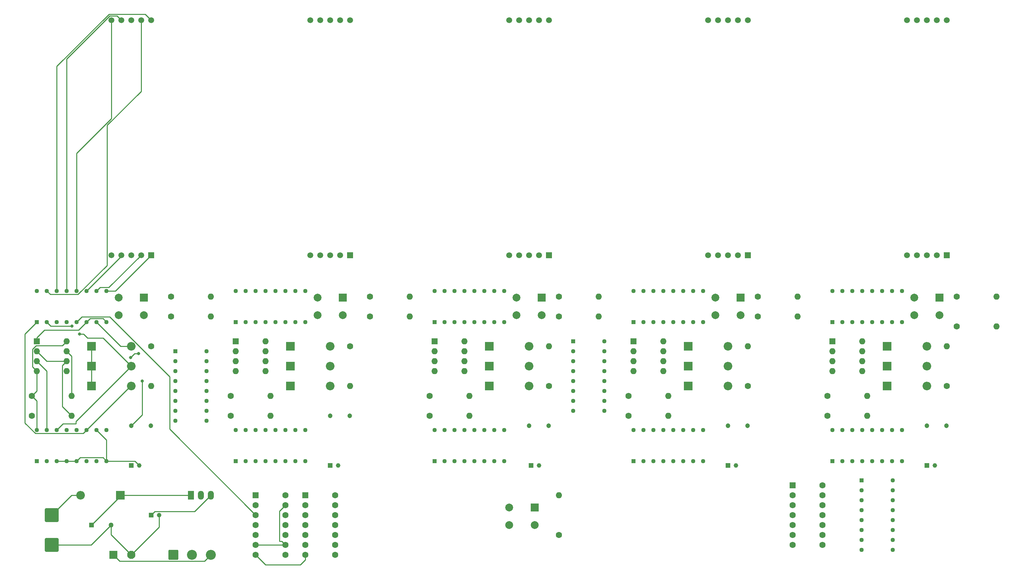
<source format=gbr>
%TF.GenerationSoftware,KiCad,Pcbnew,(6.0.2)*%
%TF.CreationDate,2022-03-04T23:41:04+01:00*%
%TF.ProjectId,Kniffel_V1,4b6e6966-6665-46c5-9f56-312e6b696361,rev?*%
%TF.SameCoordinates,Original*%
%TF.FileFunction,Copper,L1,Top*%
%TF.FilePolarity,Positive*%
%FSLAX46Y46*%
G04 Gerber Fmt 4.6, Leading zero omitted, Abs format (unit mm)*
G04 Created by KiCad (PCBNEW (6.0.2)) date 2022-03-04 23:41:04*
%MOMM*%
%LPD*%
G01*
G04 APERTURE LIST*
G04 Aperture macros list*
%AMRoundRect*
0 Rectangle with rounded corners*
0 $1 Rounding radius*
0 $2 $3 $4 $5 $6 $7 $8 $9 X,Y pos of 4 corners*
0 Add a 4 corners polygon primitive as box body*
4,1,4,$2,$3,$4,$5,$6,$7,$8,$9,$2,$3,0*
0 Add four circle primitives for the rounded corners*
1,1,$1+$1,$2,$3*
1,1,$1+$1,$4,$5*
1,1,$1+$1,$6,$7*
1,1,$1+$1,$8,$9*
0 Add four rect primitives between the rounded corners*
20,1,$1+$1,$2,$3,$4,$5,0*
20,1,$1+$1,$4,$5,$6,$7,0*
20,1,$1+$1,$6,$7,$8,$9,0*
20,1,$1+$1,$8,$9,$2,$3,0*%
G04 Aperture macros list end*
%TA.AperFunction,ComponentPad*%
%ADD10RoundRect,0.250002X-1.499998X-1.499998X1.499998X-1.499998X1.499998X1.499998X-1.499998X1.499998X0*%
%TD*%
%TA.AperFunction,ComponentPad*%
%ADD11C,1.600000*%
%TD*%
%TA.AperFunction,ComponentPad*%
%ADD12O,1.600000X1.600000*%
%TD*%
%TA.AperFunction,ComponentPad*%
%ADD13R,1.130000X1.130000*%
%TD*%
%TA.AperFunction,ComponentPad*%
%ADD14C,1.130000*%
%TD*%
%TA.AperFunction,ComponentPad*%
%ADD15R,1.600000X1.600000*%
%TD*%
%TA.AperFunction,ComponentPad*%
%ADD16C,1.200000*%
%TD*%
%TA.AperFunction,ComponentPad*%
%ADD17R,2.200000X2.200000*%
%TD*%
%TA.AperFunction,ComponentPad*%
%ADD18O,2.200000X2.200000*%
%TD*%
%TA.AperFunction,ComponentPad*%
%ADD19RoundRect,0.249999X-1.025001X-1.025001X1.025001X-1.025001X1.025001X1.025001X-1.025001X1.025001X0*%
%TD*%
%TA.AperFunction,ComponentPad*%
%ADD20C,2.550000*%
%TD*%
%TA.AperFunction,ComponentPad*%
%ADD21R,1.150000X1.150000*%
%TD*%
%TA.AperFunction,ComponentPad*%
%ADD22C,1.150000*%
%TD*%
%TA.AperFunction,ComponentPad*%
%ADD23R,1.500000X2.300000*%
%TD*%
%TA.AperFunction,ComponentPad*%
%ADD24O,1.500000X2.300000*%
%TD*%
%TA.AperFunction,ComponentPad*%
%ADD25RoundRect,0.250001X-0.799999X-0.799999X0.799999X-0.799999X0.799999X0.799999X-0.799999X0.799999X0*%
%TD*%
%TA.AperFunction,ComponentPad*%
%ADD26C,2.100000*%
%TD*%
%TA.AperFunction,ComponentPad*%
%ADD27R,1.275000X1.275000*%
%TD*%
%TA.AperFunction,ComponentPad*%
%ADD28C,1.275000*%
%TD*%
%TA.AperFunction,ComponentPad*%
%ADD29R,2.000000X2.000000*%
%TD*%
%TA.AperFunction,ComponentPad*%
%ADD30C,2.000000*%
%TD*%
%TA.AperFunction,ComponentPad*%
%ADD31R,1.500000X1.500000*%
%TD*%
%TA.AperFunction,ComponentPad*%
%ADD32C,1.500000*%
%TD*%
%TA.AperFunction,ViaPad*%
%ADD33C,0.800000*%
%TD*%
%TA.AperFunction,Conductor*%
%ADD34C,0.250000*%
%TD*%
G04 APERTURE END LIST*
D10*
%TO.P,J1,1,Pin_1*%
%TO.N,Net-(D1-Pad2)*%
X22860000Y-147320000D03*
%TD*%
D11*
%TO.P,R18,1*%
%TO.N,+5V*%
X170180000Y-116840000D03*
D12*
%TO.P,R18,2*%
%TO.N,Net-(R18-Pad2)*%
X180340000Y-116840000D03*
%TD*%
D13*
%TO.P,IC3,1,B_1*%
%TO.N,Net-(D6-Pad2)*%
X69850000Y-97950000D03*
D14*
%TO.P,IC3,2,C_1*%
%TO.N,Net-(D7-Pad2)*%
X72390000Y-97950000D03*
%TO.P,IC3,3,~{LT}*%
%TO.N,+5V*%
X74930000Y-97950000D03*
%TO.P,IC3,4,~{BL}*%
X77470000Y-97950000D03*
%TO.P,IC3,5,LE/~{STROBE}*%
%TO.N,/Dice1/D2Latch*%
X80010000Y-97950000D03*
%TO.P,IC3,6,D_1*%
%TO.N,GND*%
X82550000Y-97950000D03*
%TO.P,IC3,7,A_1*%
%TO.N,Net-(D5-Pad2)*%
X85090000Y-97950000D03*
%TO.P,IC3,8,VSS*%
%TO.N,GND*%
X87630000Y-97950000D03*
%TO.P,IC3,9,E*%
%TO.N,Net-(DS2-Pad1)*%
X87630000Y-90010000D03*
%TO.P,IC3,10,D_2*%
%TO.N,Net-(DS2-Pad2)*%
X85090000Y-90010000D03*
%TO.P,IC3,11,C_2*%
%TO.N,Net-(DS2-Pad4)*%
X82550000Y-90010000D03*
%TO.P,IC3,12,B_2*%
%TO.N,Net-(DS2-Pad6)*%
X80010000Y-90010000D03*
%TO.P,IC3,13,A_2*%
%TO.N,Net-(DS2-Pad7)*%
X77470000Y-90010000D03*
%TO.P,IC3,14,G*%
%TO.N,Net-(DS2-Pad10)*%
X74930000Y-90010000D03*
%TO.P,IC3,15,F*%
%TO.N,Net-(DS2-Pad9)*%
X72390000Y-90010000D03*
%TO.P,IC3,16,VDD*%
%TO.N,+5V*%
X69850000Y-90010000D03*
%TD*%
D11*
%TO.P,R10,1*%
%TO.N,/Dice1/D2*%
X99060000Y-104140000D03*
D12*
%TO.P,R10,2*%
%TO.N,GND*%
X99060000Y-114300000D03*
%TD*%
D11*
%TO.P,R25,1*%
%TO.N,Net-(D14-Pad1)*%
X251460000Y-114300000D03*
D12*
%TO.P,R25,2*%
%TO.N,GND*%
X251460000Y-104140000D03*
%TD*%
D11*
%TO.P,R4,1*%
%TO.N,Net-(R3-Pad2)*%
X17780000Y-121920000D03*
D12*
%TO.P,R4,2*%
%TO.N,Net-(C4-Pad1)*%
X27940000Y-121920000D03*
%TD*%
D11*
%TO.P,R15,1*%
%TO.N,/Dice1/D3*%
X149860000Y-114300000D03*
D12*
%TO.P,R15,2*%
%TO.N,GND*%
X149860000Y-104140000D03*
%TD*%
D11*
%TO.P,R20,1*%
%TO.N,/Dice1/D4*%
X200660000Y-114300000D03*
D12*
%TO.P,R20,2*%
%TO.N,GND*%
X200660000Y-104140000D03*
%TD*%
D11*
%TO.P,R3,1*%
%TO.N,+5V*%
X17780000Y-116840000D03*
D12*
%TO.P,R3,2*%
%TO.N,Net-(R3-Pad2)*%
X27940000Y-116840000D03*
%TD*%
D13*
%TO.P,IC5,1,B_1*%
%TO.N,Net-(D9-Pad2)*%
X120650000Y-97950000D03*
D14*
%TO.P,IC5,2,C_1*%
%TO.N,Net-(D10-Pad2)*%
X123190000Y-97950000D03*
%TO.P,IC5,3,~{LT}*%
%TO.N,+5V*%
X125730000Y-97950000D03*
%TO.P,IC5,4,~{BL}*%
X128270000Y-97950000D03*
%TO.P,IC5,5,LE/~{STROBE}*%
%TO.N,/Dice1/D3Latch*%
X130810000Y-97950000D03*
%TO.P,IC5,6,D_1*%
%TO.N,GND*%
X133350000Y-97950000D03*
%TO.P,IC5,7,A_1*%
%TO.N,Net-(D8-Pad2)*%
X135890000Y-97950000D03*
%TO.P,IC5,8,VSS*%
%TO.N,GND*%
X138430000Y-97950000D03*
%TO.P,IC5,9,E*%
%TO.N,Net-(DS3-Pad1)*%
X138430000Y-90010000D03*
%TO.P,IC5,10,D_2*%
%TO.N,Net-(DS3-Pad2)*%
X135890000Y-90010000D03*
%TO.P,IC5,11,C_2*%
%TO.N,Net-(DS3-Pad4)*%
X133350000Y-90010000D03*
%TO.P,IC5,12,B_2*%
%TO.N,Net-(DS3-Pad6)*%
X130810000Y-90010000D03*
%TO.P,IC5,13,A_2*%
%TO.N,Net-(DS3-Pad7)*%
X128270000Y-90010000D03*
%TO.P,IC5,14,G*%
%TO.N,Net-(DS3-Pad10)*%
X125730000Y-90010000D03*
%TO.P,IC5,15,F*%
%TO.N,Net-(DS3-Pad9)*%
X123190000Y-90010000D03*
%TO.P,IC5,16,VDD*%
%TO.N,+5V*%
X120650000Y-90010000D03*
%TD*%
D15*
%TO.P,U6,1,GND*%
%TO.N,GND*%
X69860000Y-102880000D03*
D12*
%TO.P,U6,2,TR*%
%TO.N,Net-(C6-Pad1)*%
X69860000Y-105420000D03*
%TO.P,U6,3,Q*%
%TO.N,Net-(U6-Pad3)*%
X69860000Y-107960000D03*
%TO.P,U6,4,R*%
%TO.N,+5V*%
X69860000Y-110500000D03*
%TO.P,U6,5,CV*%
%TO.N,Net-(C5-Pad1)*%
X77480000Y-110500000D03*
%TO.P,U6,6,THR*%
%TO.N,Net-(C6-Pad1)*%
X77480000Y-107960000D03*
%TO.P,U6,7,DIS*%
%TO.N,Net-(R8-Pad2)*%
X77480000Y-105420000D03*
%TO.P,U6,8,VCC*%
%TO.N,+5V*%
X77480000Y-102880000D03*
%TD*%
D16*
%TO.P,C3,1*%
%TO.N,Net-(C3-Pad1)*%
X43180000Y-124460000D03*
%TO.P,C3,2*%
%TO.N,GND*%
X48180000Y-124460000D03*
%TD*%
D11*
%TO.P,R2,1*%
%TO.N,Net-(IC1-Pad3)*%
X53340000Y-96520000D03*
D12*
%TO.P,R2,2*%
%TO.N,GND*%
X63500000Y-96520000D03*
%TD*%
D17*
%TO.P,D11,1,K*%
%TO.N,/Dice1/D4*%
X185420000Y-104140000D03*
D18*
%TO.P,D11,2,A*%
%TO.N,Net-(D11-Pad2)*%
X195580000Y-104140000D03*
%TD*%
D13*
%TO.P,IC8,1,B_1*%
%TO.N,Net-(D15-Pad2)*%
X222250000Y-97950000D03*
D14*
%TO.P,IC8,2,C_1*%
%TO.N,Net-(D16-Pad2)*%
X224790000Y-97950000D03*
%TO.P,IC8,3,~{LT}*%
%TO.N,+5V*%
X227330000Y-97950000D03*
%TO.P,IC8,4,~{BL}*%
X229870000Y-97950000D03*
%TO.P,IC8,5,LE/~{STROBE}*%
%TO.N,D5 Latch*%
X232410000Y-97950000D03*
%TO.P,IC8,6,D_1*%
%TO.N,GND*%
X234950000Y-97950000D03*
%TO.P,IC8,7,A_1*%
%TO.N,Net-(D14-Pad2)*%
X237490000Y-97950000D03*
%TO.P,IC8,8,VSS*%
%TO.N,GND*%
X240030000Y-97950000D03*
%TO.P,IC8,9,E*%
%TO.N,Net-(DS5-Pad1)*%
X240030000Y-90010000D03*
%TO.P,IC8,10,D_2*%
%TO.N,Net-(DS5-Pad2)*%
X237490000Y-90010000D03*
%TO.P,IC8,11,C_2*%
%TO.N,Net-(DS5-Pad4)*%
X234950000Y-90010000D03*
%TO.P,IC8,12,B_2*%
%TO.N,Net-(DS5-Pad6)*%
X232410000Y-90010000D03*
%TO.P,IC8,13,A_2*%
%TO.N,Net-(DS5-Pad7)*%
X229870000Y-90010000D03*
%TO.P,IC8,14,G*%
%TO.N,Net-(DS5-Pad10)*%
X227330000Y-90010000D03*
%TO.P,IC8,15,F*%
%TO.N,Net-(DS5-Pad9)*%
X224790000Y-90010000D03*
%TO.P,IC8,16,VDD*%
%TO.N,+5V*%
X222250000Y-90010000D03*
%TD*%
D17*
%TO.P,D1,1,K*%
%TO.N,Net-(C1-Pad1)*%
X40360000Y-142240000D03*
D18*
%TO.P,D1,2,A*%
%TO.N,Net-(D1-Pad2)*%
X30200000Y-142240000D03*
%TD*%
D13*
%TO.P,IC2,1,B_1*%
%TO.N,Net-(D3-Pad2)*%
X19050000Y-97950000D03*
D14*
%TO.P,IC2,2,C_1*%
%TO.N,Net-(D4-Pad2)*%
X21590000Y-97950000D03*
%TO.P,IC2,3,~{LT}*%
%TO.N,+5V*%
X24130000Y-97950000D03*
%TO.P,IC2,4,~{BL}*%
X26670000Y-97950000D03*
%TO.P,IC2,5,LE/~{STROBE}*%
%TO.N,Net-(IC2-Pad5)*%
X29210000Y-97950000D03*
%TO.P,IC2,6,D_1*%
%TO.N,GND*%
X31750000Y-97950000D03*
%TO.P,IC2,7,A_1*%
%TO.N,Net-(D2-Pad2)*%
X34290000Y-97950000D03*
%TO.P,IC2,8,VSS*%
%TO.N,GND*%
X36830000Y-97950000D03*
%TO.P,IC2,9,E*%
%TO.N,Net-(DS1-Pad1)*%
X36830000Y-90010000D03*
%TO.P,IC2,10,D_2*%
%TO.N,Net-(DS1-Pad2)*%
X34290000Y-90010000D03*
%TO.P,IC2,11,C_2*%
%TO.N,Net-(DS1-Pad4)*%
X31750000Y-90010000D03*
%TO.P,IC2,12,B_2*%
%TO.N,Net-(DS1-Pad6)*%
X29210000Y-90010000D03*
%TO.P,IC2,13,A_2*%
%TO.N,Net-(DS1-Pad7)*%
X26670000Y-90010000D03*
%TO.P,IC2,14,G*%
%TO.N,Net-(DS1-Pad10)*%
X24130000Y-90010000D03*
%TO.P,IC2,15,F*%
%TO.N,Net-(DS1-Pad9)*%
X21590000Y-90010000D03*
%TO.P,IC2,16,VDD*%
%TO.N,+5V*%
X19050000Y-90010000D03*
%TD*%
D17*
%TO.P,D3,1,K*%
%TO.N,Net-(D2-Pad1)*%
X33020000Y-114300000D03*
D18*
%TO.P,D3,2,A*%
%TO.N,Net-(D3-Pad2)*%
X43180000Y-114300000D03*
%TD*%
D15*
%TO.P,U10,1,GND*%
%TO.N,GND*%
X171460000Y-102880000D03*
D12*
%TO.P,U10,2,TR*%
%TO.N,Net-(C10-Pad1)*%
X171460000Y-105420000D03*
%TO.P,U10,3,Q*%
%TO.N,Net-(U10-Pad3)*%
X171460000Y-107960000D03*
%TO.P,U10,4,R*%
%TO.N,+5V*%
X171460000Y-110500000D03*
%TO.P,U10,5,CV*%
%TO.N,Net-(C9-Pad1)*%
X179080000Y-110500000D03*
%TO.P,U10,6,THR*%
%TO.N,Net-(C10-Pad1)*%
X179080000Y-107960000D03*
%TO.P,U10,7,DIS*%
%TO.N,Net-(R18-Pad2)*%
X179080000Y-105420000D03*
%TO.P,U10,8,VCC*%
%TO.N,+5V*%
X179080000Y-102880000D03*
%TD*%
D19*
%TO.P,J4,1,Pin_1*%
%TO.N,Net-(C2-Pad1)*%
X53900000Y-157480000D03*
D20*
%TO.P,J4,2,Pin_2*%
%TO.N,+5V*%
X58700000Y-157480000D03*
%TO.P,J4,3,Pin_3*%
%TO.N,Net-(J3-Pad1)*%
X63500000Y-157480000D03*
%TD*%
D16*
%TO.P,C11,1*%
%TO.N,Net-(C11-Pad1)*%
X246380000Y-124460000D03*
%TO.P,C11,2*%
%TO.N,GND*%
X251380000Y-124460000D03*
%TD*%
D17*
%TO.P,D10,1,K*%
%TO.N,/Dice1/D3*%
X134620000Y-114300000D03*
D18*
%TO.P,D10,2,A*%
%TO.N,Net-(D10-Pad2)*%
X144780000Y-114300000D03*
%TD*%
D13*
%TO.P,U7,1,PE*%
%TO.N,/Dice1/D2R*%
X69850000Y-133510000D03*
D14*
%TO.P,U7,2,Q4*%
%TO.N,unconnected-(U7-Pad2)*%
X72390000Y-133510000D03*
%TO.P,U7,3,J4*%
%TO.N,GND*%
X74930000Y-133510000D03*
%TO.P,U7,4,J1*%
X77470000Y-133510000D03*
%TO.P,U7,5,Cin*%
X80010000Y-133510000D03*
%TO.P,U7,6,Q1*%
%TO.N,Net-(D5-Pad2)*%
X82550000Y-133510000D03*
%TO.P,U7,7,Cout*%
%TO.N,unconnected-(U7-Pad7)*%
X85090000Y-133510000D03*
%TO.P,U7,8,VSS*%
%TO.N,GND*%
X87630000Y-133510000D03*
%TO.P,U7,9,B/D*%
%TO.N,+5V*%
X87630000Y-125570000D03*
%TO.P,U7,10,U/D*%
%TO.N,GND*%
X85090000Y-125570000D03*
%TO.P,U7,11,Q2*%
%TO.N,Net-(D6-Pad2)*%
X82550000Y-125570000D03*
%TO.P,U7,12,J2*%
%TO.N,+5V*%
X80010000Y-125570000D03*
%TO.P,U7,13,J3*%
X77470000Y-125570000D03*
%TO.P,U7,14,Q3*%
%TO.N,Net-(D7-Pad2)*%
X74930000Y-125570000D03*
%TO.P,U7,15,CK*%
%TO.N,Net-(U6-Pad3)*%
X72390000Y-125570000D03*
%TO.P,U7,16,VDD*%
%TO.N,+5V*%
X69850000Y-125570000D03*
%TD*%
D17*
%TO.P,D7,1,K*%
%TO.N,/Dice1/D2*%
X83820000Y-114300000D03*
D18*
%TO.P,D7,2,A*%
%TO.N,Net-(D7-Pad2)*%
X93980000Y-114300000D03*
%TD*%
D13*
%TO.P,IC4,1,Q2*%
%TO.N,Net-(DS3-Pad5)*%
X156050000Y-102870000D03*
D14*
%TO.P,IC4,2,~{Q2}*%
%TO.N,/Dice1/D3Hold*%
X156050000Y-105410000D03*
%TO.P,IC4,3,CLOCK2*%
%TO.N,Net-(IC4-Pad3)*%
X156050000Y-107950000D03*
%TO.P,IC4,4,RESET2*%
%TO.N,GND*%
X156050000Y-110490000D03*
%TO.P,IC4,5,K2*%
%TO.N,+5V*%
X156050000Y-113030000D03*
%TO.P,IC4,6,J2*%
X156050000Y-115570000D03*
%TO.P,IC4,7,SET2*%
%TO.N,GND*%
X156050000Y-118110000D03*
%TO.P,IC4,8,VSS*%
X156050000Y-120650000D03*
%TO.P,IC4,9,SET1*%
X163990000Y-120650000D03*
%TO.P,IC4,10,J1*%
%TO.N,+5V*%
X163990000Y-118110000D03*
%TO.P,IC4,11,K1*%
X163990000Y-115570000D03*
%TO.P,IC4,12,RESET1*%
%TO.N,GND*%
X163990000Y-113030000D03*
%TO.P,IC4,13,CLOCK1*%
%TO.N,/Dice3/D4Set*%
X163990000Y-110490000D03*
%TO.P,IC4,14,~{Q1}*%
%TO.N,/Dice1/D4Hold*%
X163990000Y-107950000D03*
%TO.P,IC4,15,Q1*%
%TO.N,/Dice3/D4Q*%
X163990000Y-105410000D03*
%TO.P,IC4,16,VDD*%
%TO.N,+5V*%
X163990000Y-102870000D03*
%TD*%
D11*
%TO.P,R16,1*%
%TO.N,Net-(DS3-Pad3)*%
X152400000Y-91440000D03*
D12*
%TO.P,R16,2*%
%TO.N,GND*%
X162560000Y-91440000D03*
%TD*%
D17*
%TO.P,D16,1,K*%
%TO.N,Net-(D14-Pad1)*%
X236220000Y-114300000D03*
D18*
%TO.P,D16,2,A*%
%TO.N,Net-(D16-Pad2)*%
X246380000Y-114300000D03*
%TD*%
D10*
%TO.P,J2,1,Pin_1*%
%TO.N,GND*%
X22860000Y-154940000D03*
%TD*%
D21*
%TO.P,C2,1*%
%TO.N,Net-(C2-Pad1)*%
X48260000Y-147320000D03*
D22*
%TO.P,C2,2*%
%TO.N,GND*%
X50260000Y-147320000D03*
%TD*%
D21*
%TO.P,C4,1*%
%TO.N,Net-(C4-Pad1)*%
X43180000Y-134620000D03*
D22*
%TO.P,C4,2*%
%TO.N,GND*%
X45180000Y-134620000D03*
%TD*%
D15*
%TO.P,U4,1,A*%
%TO.N,Net-(IC1-Pad2)*%
X74930000Y-142210000D03*
D11*
%TO.P,U4,2,B*%
%TO.N,/Dice1/Roll*%
X74930000Y-144750000D03*
%TO.P,U4,3,J*%
%TO.N,Net-(IC2-Pad5)*%
X74930000Y-147290000D03*
%TO.P,U4,4,K*%
%TO.N,/Dice1/D2Latch*%
X74930000Y-149830000D03*
%TO.P,U4,5,C*%
%TO.N,/Dice1/D2Hold*%
X74930000Y-152370000D03*
%TO.P,U4,6,D*%
%TO.N,/Dice1/Roll*%
X74930000Y-154910000D03*
%TO.P,U4,7,VCC*%
%TO.N,GND*%
X74930000Y-157450000D03*
%TO.P,U4,8,E*%
%TO.N,/Dice1/D3Hold*%
X82550000Y-157450000D03*
%TO.P,U4,9,F*%
%TO.N,/Dice1/Roll*%
X82550000Y-154910000D03*
%TO.P,U4,10,L*%
%TO.N,/Dice1/D3Latch*%
X82550000Y-152370000D03*
%TO.P,U4,11,M*%
%TO.N,/Dice1/D4Latch*%
X82550000Y-149830000D03*
%TO.P,U4,12,G*%
%TO.N,/Dice1/D4Hold*%
X82550000Y-147290000D03*
%TO.P,U4,13,H*%
%TO.N,/Dice1/Roll*%
X82550000Y-144750000D03*
%TO.P,U4,14,VDD*%
%TO.N,+5V*%
X82550000Y-142210000D03*
%TD*%
D17*
%TO.P,D8,1,K*%
%TO.N,/Dice1/D3*%
X134620000Y-104140000D03*
D18*
%TO.P,D8,2,A*%
%TO.N,Net-(D8-Pad2)*%
X144780000Y-104140000D03*
%TD*%
D11*
%TO.P,R9,1*%
%TO.N,Net-(R8-Pad2)*%
X68580000Y-121920000D03*
D12*
%TO.P,R9,2*%
%TO.N,Net-(C6-Pad1)*%
X78740000Y-121920000D03*
%TD*%
D17*
%TO.P,D6,1,K*%
%TO.N,/Dice1/D2*%
X83820000Y-109220000D03*
D18*
%TO.P,D6,2,A*%
%TO.N,Net-(D6-Pad2)*%
X93980000Y-109220000D03*
%TD*%
D11*
%TO.P,R22,1*%
%TO.N,Net-(IC7-Pad3)*%
X254000000Y-99060000D03*
D12*
%TO.P,R22,2*%
%TO.N,GND*%
X264160000Y-99060000D03*
%TD*%
D17*
%TO.P,D13,1,K*%
%TO.N,/Dice1/D4*%
X185420000Y-114300000D03*
D18*
%TO.P,D13,2,A*%
%TO.N,Net-(D13-Pad2)*%
X195580000Y-114300000D03*
%TD*%
D15*
%TO.P,U2,1,GND*%
%TO.N,GND*%
X19060000Y-102880000D03*
D12*
%TO.P,U2,2,TR*%
%TO.N,Net-(C4-Pad1)*%
X19060000Y-105420000D03*
%TO.P,U2,3,Q*%
%TO.N,Net-(U2-Pad3)*%
X19060000Y-107960000D03*
%TO.P,U2,4,R*%
%TO.N,+5V*%
X19060000Y-110500000D03*
%TO.P,U2,5,CV*%
%TO.N,Net-(C3-Pad1)*%
X26680000Y-110500000D03*
%TO.P,U2,6,THR*%
%TO.N,Net-(C4-Pad1)*%
X26680000Y-107960000D03*
%TO.P,U2,7,DIS*%
%TO.N,Net-(R3-Pad2)*%
X26680000Y-105420000D03*
%TO.P,U2,8,VCC*%
%TO.N,+5V*%
X26680000Y-102880000D03*
%TD*%
D17*
%TO.P,D4,1,K*%
%TO.N,Net-(D2-Pad1)*%
X33020000Y-109220000D03*
D18*
%TO.P,D4,2,A*%
%TO.N,Net-(D4-Pad2)*%
X43180000Y-109220000D03*
%TD*%
D13*
%TO.P,U3,1,PE*%
%TO.N,Net-(U3-Pad1)*%
X19050000Y-133510000D03*
D14*
%TO.P,U3,2,Q4*%
%TO.N,unconnected-(U3-Pad2)*%
X21590000Y-133510000D03*
%TO.P,U3,3,J4*%
%TO.N,GND*%
X24130000Y-133510000D03*
%TO.P,U3,4,J1*%
X26670000Y-133510000D03*
%TO.P,U3,5,Cin*%
X29210000Y-133510000D03*
%TO.P,U3,6,Q1*%
%TO.N,Net-(D2-Pad2)*%
X31750000Y-133510000D03*
%TO.P,U3,7,Cout*%
%TO.N,unconnected-(U3-Pad7)*%
X34290000Y-133510000D03*
%TO.P,U3,8,VSS*%
%TO.N,GND*%
X36830000Y-133510000D03*
%TO.P,U3,9,B/D*%
%TO.N,+5V*%
X36830000Y-125570000D03*
%TO.P,U3,10,U/D*%
%TO.N,GND*%
X34290000Y-125570000D03*
%TO.P,U3,11,Q2*%
%TO.N,Net-(D3-Pad2)*%
X31750000Y-125570000D03*
%TO.P,U3,12,J2*%
%TO.N,+5V*%
X29210000Y-125570000D03*
%TO.P,U3,13,J3*%
X26670000Y-125570000D03*
%TO.P,U3,14,Q3*%
%TO.N,Net-(D4-Pad2)*%
X24130000Y-125570000D03*
%TO.P,U3,15,CK*%
%TO.N,Net-(U2-Pad3)*%
X21590000Y-125570000D03*
%TO.P,U3,16,VDD*%
%TO.N,+5V*%
X19050000Y-125570000D03*
%TD*%
D11*
%TO.P,R8,1*%
%TO.N,+5V*%
X68580000Y-116840000D03*
D12*
%TO.P,R8,2*%
%TO.N,Net-(R8-Pad2)*%
X78740000Y-116840000D03*
%TD*%
D21*
%TO.P,C10,1*%
%TO.N,Net-(C10-Pad1)*%
X195580000Y-134620000D03*
D22*
%TO.P,C10,2*%
%TO.N,GND*%
X197580000Y-134620000D03*
%TD*%
D11*
%TO.P,R26,1*%
%TO.N,Net-(DS5-Pad3)*%
X254000000Y-91440000D03*
D12*
%TO.P,R26,2*%
%TO.N,GND*%
X264160000Y-91440000D03*
%TD*%
D21*
%TO.P,C12,1*%
%TO.N,Net-(C12-Pad1)*%
X246380000Y-134620000D03*
D22*
%TO.P,C12,2*%
%TO.N,GND*%
X248380000Y-134620000D03*
%TD*%
D11*
%TO.P,R12,1*%
%TO.N,Net-(IC4-Pad3)*%
X152400000Y-96520000D03*
D12*
%TO.P,R12,2*%
%TO.N,GND*%
X162560000Y-96520000D03*
%TD*%
D11*
%TO.P,R7,1*%
%TO.N,/Dice1/D2Set*%
X104140000Y-96520000D03*
D12*
%TO.P,R7,2*%
%TO.N,GND*%
X114300000Y-96520000D03*
%TD*%
D11*
%TO.P,R1,1*%
%TO.N,/Dice1/Roll*%
X152400000Y-152400000D03*
D12*
%TO.P,R1,2*%
%TO.N,GND*%
X152400000Y-142240000D03*
%TD*%
D13*
%TO.P,U11,1,PE*%
%TO.N,/Dice1/D4R*%
X171450000Y-133510000D03*
D14*
%TO.P,U11,2,Q4*%
%TO.N,unconnected-(U11-Pad2)*%
X173990000Y-133510000D03*
%TO.P,U11,3,J4*%
%TO.N,GND*%
X176530000Y-133510000D03*
%TO.P,U11,4,J1*%
X179070000Y-133510000D03*
%TO.P,U11,5,Cin*%
X181610000Y-133510000D03*
%TO.P,U11,6,Q1*%
%TO.N,Net-(D11-Pad2)*%
X184150000Y-133510000D03*
%TO.P,U11,7,Cout*%
%TO.N,unconnected-(U11-Pad7)*%
X186690000Y-133510000D03*
%TO.P,U11,8,VSS*%
%TO.N,GND*%
X189230000Y-133510000D03*
%TO.P,U11,9,B/D*%
%TO.N,+5V*%
X189230000Y-125570000D03*
%TO.P,U11,10,U/D*%
%TO.N,GND*%
X186690000Y-125570000D03*
%TO.P,U11,11,Q2*%
%TO.N,Net-(D12-Pad2)*%
X184150000Y-125570000D03*
%TO.P,U11,12,J2*%
%TO.N,+5V*%
X181610000Y-125570000D03*
%TO.P,U11,13,J3*%
X179070000Y-125570000D03*
%TO.P,U11,14,Q3*%
%TO.N,Net-(D13-Pad2)*%
X176530000Y-125570000D03*
%TO.P,U11,15,CK*%
%TO.N,Net-(U10-Pad3)*%
X173990000Y-125570000D03*
%TO.P,U11,16,VDD*%
%TO.N,+5V*%
X171450000Y-125570000D03*
%TD*%
D13*
%TO.P,IC7,1,Q2*%
%TO.N,Net-(DS5-Pad5)*%
X229710000Y-138430000D03*
D14*
%TO.P,IC7,2,~{Q2}*%
%TO.N,D5Hold*%
X229710000Y-140970000D03*
%TO.P,IC7,3,CLOCK2*%
%TO.N,Net-(IC7-Pad3)*%
X229710000Y-143510000D03*
%TO.P,IC7,4,RESET2*%
%TO.N,GND*%
X229710000Y-146050000D03*
%TO.P,IC7,5,K2*%
%TO.N,+5V*%
X229710000Y-148590000D03*
%TO.P,IC7,6,J2*%
X229710000Y-151130000D03*
%TO.P,IC7,7,SET2*%
%TO.N,GND*%
X229710000Y-153670000D03*
%TO.P,IC7,8,VSS*%
X229710000Y-156210000D03*
%TO.P,IC7,9,SET1*%
X237650000Y-156210000D03*
%TO.P,IC7,10,J1*%
%TO.N,+5V*%
X237650000Y-153670000D03*
%TO.P,IC7,11,K1*%
X237650000Y-151130000D03*
%TO.P,IC7,12,RESET1*%
%TO.N,GND*%
X237650000Y-148590000D03*
%TO.P,IC7,13,CLOCK1*%
X237650000Y-146050000D03*
%TO.P,IC7,14,~{Q1}*%
%TO.N,unconnected-(IC7-Pad14)*%
X237650000Y-143510000D03*
%TO.P,IC7,15,Q1*%
%TO.N,unconnected-(IC7-Pad15)*%
X237650000Y-140970000D03*
%TO.P,IC7,16,VDD*%
%TO.N,+5V*%
X237650000Y-138430000D03*
%TD*%
D23*
%TO.P,U1,1,IN*%
%TO.N,Net-(C1-Pad1)*%
X58420000Y-142240000D03*
D24*
%TO.P,U1,2,GND*%
%TO.N,GND*%
X60960000Y-142240000D03*
%TO.P,U1,3,OUT*%
%TO.N,Net-(C2-Pad1)*%
X63500000Y-142240000D03*
%TD*%
D17*
%TO.P,D15,1,K*%
%TO.N,Net-(D14-Pad1)*%
X236220000Y-109220000D03*
D18*
%TO.P,D15,2,A*%
%TO.N,Net-(D15-Pad2)*%
X246380000Y-109220000D03*
%TD*%
D25*
%TO.P,J3,1,Pin_1*%
%TO.N,Net-(J3-Pad1)*%
X38580000Y-157480000D03*
D26*
%TO.P,J3,2,Pin_2*%
%TO.N,GND*%
X43180000Y-157480000D03*
%TD*%
D13*
%TO.P,IC6,1,B_1*%
%TO.N,Net-(D12-Pad2)*%
X171450000Y-97950000D03*
D14*
%TO.P,IC6,2,C_1*%
%TO.N,Net-(D13-Pad2)*%
X173990000Y-97950000D03*
%TO.P,IC6,3,~{LT}*%
%TO.N,+5V*%
X176530000Y-97950000D03*
%TO.P,IC6,4,~{BL}*%
X179070000Y-97950000D03*
%TO.P,IC6,5,LE/~{STROBE}*%
%TO.N,/Dice1/D4Latch*%
X181610000Y-97950000D03*
%TO.P,IC6,6,D_1*%
%TO.N,GND*%
X184150000Y-97950000D03*
%TO.P,IC6,7,A_1*%
%TO.N,Net-(D11-Pad2)*%
X186690000Y-97950000D03*
%TO.P,IC6,8,VSS*%
%TO.N,GND*%
X189230000Y-97950000D03*
%TO.P,IC6,9,E*%
%TO.N,Net-(DS4-Pad1)*%
X189230000Y-90010000D03*
%TO.P,IC6,10,D_2*%
%TO.N,Net-(DS4-Pad2)*%
X186690000Y-90010000D03*
%TO.P,IC6,11,C_2*%
%TO.N,Net-(DS4-Pad4)*%
X184150000Y-90010000D03*
%TO.P,IC6,12,B_2*%
%TO.N,Net-(DS4-Pad6)*%
X181610000Y-90010000D03*
%TO.P,IC6,13,A_2*%
%TO.N,Net-(DS4-Pad7)*%
X179070000Y-90010000D03*
%TO.P,IC6,14,G*%
%TO.N,Net-(DS4-Pad10)*%
X176530000Y-90010000D03*
%TO.P,IC6,15,F*%
%TO.N,Net-(DS4-Pad9)*%
X173990000Y-90010000D03*
%TO.P,IC6,16,VDD*%
%TO.N,+5V*%
X171450000Y-90010000D03*
%TD*%
D15*
%TO.P,U12,1,GND*%
%TO.N,GND*%
X222260000Y-102880000D03*
D12*
%TO.P,U12,2,TR*%
%TO.N,Net-(C12-Pad1)*%
X222260000Y-105420000D03*
%TO.P,U12,3,Q*%
%TO.N,Net-(U12-Pad3)*%
X222260000Y-107960000D03*
%TO.P,U12,4,R*%
%TO.N,+5V*%
X222260000Y-110500000D03*
%TO.P,U12,5,CV*%
%TO.N,Net-(C11-Pad1)*%
X229880000Y-110500000D03*
%TO.P,U12,6,THR*%
%TO.N,Net-(C12-Pad1)*%
X229880000Y-107960000D03*
%TO.P,U12,7,DIS*%
%TO.N,Net-(R23-Pad2)*%
X229880000Y-105420000D03*
%TO.P,U12,8,VCC*%
%TO.N,+5V*%
X229880000Y-102880000D03*
%TD*%
D15*
%TO.P,U5,1,A*%
%TO.N,Net-(D2-Pad1)*%
X87630000Y-142210000D03*
D11*
%TO.P,U5,2,B*%
X87630000Y-144750000D03*
%TO.P,U5,3,J*%
%TO.N,Net-(U3-Pad1)*%
X87630000Y-147290000D03*
%TO.P,U5,4,K*%
%TO.N,/Dice1/D2R*%
X87630000Y-149830000D03*
%TO.P,U5,5,C*%
%TO.N,/Dice1/D2*%
X87630000Y-152370000D03*
%TO.P,U5,6,D*%
X87630000Y-154910000D03*
%TO.P,U5,7,VCC*%
%TO.N,GND*%
X87630000Y-157450000D03*
%TO.P,U5,8,E*%
%TO.N,/Dice1/D3*%
X95250000Y-157450000D03*
%TO.P,U5,9,F*%
X95250000Y-154910000D03*
%TO.P,U5,10,L*%
%TO.N,/Dice1/D3R*%
X95250000Y-152370000D03*
%TO.P,U5,11,M*%
%TO.N,/Dice1/D4R*%
X95250000Y-149830000D03*
%TO.P,U5,12,G*%
%TO.N,/Dice1/D4*%
X95250000Y-147290000D03*
%TO.P,U5,13,H*%
X95250000Y-144750000D03*
%TO.P,U5,14,VDD*%
%TO.N,+5V*%
X95250000Y-142210000D03*
%TD*%
D16*
%TO.P,C5,1*%
%TO.N,Net-(C5-Pad1)*%
X93980000Y-121920000D03*
%TO.P,C5,2*%
%TO.N,GND*%
X98980000Y-121920000D03*
%TD*%
D17*
%TO.P,D2,1,K*%
%TO.N,Net-(D2-Pad1)*%
X33020000Y-104140000D03*
D18*
%TO.P,D2,2,A*%
%TO.N,Net-(D2-Pad2)*%
X43180000Y-104140000D03*
%TD*%
D11*
%TO.P,R5,1*%
%TO.N,Net-(D2-Pad1)*%
X48260000Y-104140000D03*
D12*
%TO.P,R5,2*%
%TO.N,GND*%
X48260000Y-114300000D03*
%TD*%
D16*
%TO.P,C7,1*%
%TO.N,Net-(C7-Pad1)*%
X144780000Y-124460000D03*
%TO.P,C7,2*%
%TO.N,GND*%
X149780000Y-124460000D03*
%TD*%
D11*
%TO.P,R24,1*%
%TO.N,Net-(R23-Pad2)*%
X220980000Y-116840000D03*
D12*
%TO.P,R24,2*%
%TO.N,Net-(C12-Pad1)*%
X231140000Y-116840000D03*
%TD*%
D21*
%TO.P,C8,1*%
%TO.N,Net-(C8-Pad1)*%
X145320000Y-134620000D03*
D22*
%TO.P,C8,2*%
%TO.N,GND*%
X147320000Y-134620000D03*
%TD*%
D17*
%TO.P,D14,1,K*%
%TO.N,Net-(D14-Pad1)*%
X236220000Y-104140000D03*
D18*
%TO.P,D14,2,A*%
%TO.N,Net-(D14-Pad2)*%
X246380000Y-104140000D03*
%TD*%
D15*
%TO.P,U14,1,A*%
%TO.N,Net-(D14-Pad1)*%
X212090000Y-139670000D03*
D11*
%TO.P,U14,2,B*%
X212090000Y-142210000D03*
%TO.P,U14,3,J*%
%TO.N,Net-(U13-Pad1)*%
X212090000Y-144750000D03*
%TO.P,U14,4,K*%
%TO.N,D5Latch*%
X212090000Y-147290000D03*
%TO.P,U14,5,C*%
%TO.N,D5Hold*%
X212090000Y-149830000D03*
%TO.P,U14,6,D*%
%TO.N,/Dice1/Roll*%
X212090000Y-152370000D03*
%TO.P,U14,7,VCC*%
%TO.N,GND*%
X212090000Y-154910000D03*
%TO.P,U14,8,E*%
%TO.N,unconnected-(U14-Pad8)*%
X219710000Y-154910000D03*
%TO.P,U14,9,F*%
%TO.N,unconnected-(U14-Pad9)*%
X219710000Y-152370000D03*
%TO.P,U14,10,L*%
%TO.N,unconnected-(U14-Pad10)*%
X219710000Y-149830000D03*
%TO.P,U14,11,M*%
%TO.N,unconnected-(U14-Pad11)*%
X219710000Y-147290000D03*
%TO.P,U14,12,G*%
%TO.N,unconnected-(U14-Pad12)*%
X219710000Y-144750000D03*
%TO.P,U14,13,H*%
%TO.N,unconnected-(U14-Pad13)*%
X219710000Y-142210000D03*
%TO.P,U14,14,VDD*%
%TO.N,+5V*%
X219710000Y-139670000D03*
%TD*%
D13*
%TO.P,IC1,1,Q2*%
%TO.N,Net-(DS1-Pad5)*%
X54450000Y-105410000D03*
D14*
%TO.P,IC1,2,~{Q2}*%
%TO.N,Net-(IC1-Pad2)*%
X54450000Y-107950000D03*
%TO.P,IC1,3,CLOCK2*%
%TO.N,Net-(IC1-Pad3)*%
X54450000Y-110490000D03*
%TO.P,IC1,4,RESET2*%
%TO.N,GND*%
X54450000Y-113030000D03*
%TO.P,IC1,5,K2*%
%TO.N,+5V*%
X54450000Y-115570000D03*
%TO.P,IC1,6,J2*%
X54450000Y-118110000D03*
%TO.P,IC1,7,SET2*%
%TO.N,GND*%
X54450000Y-120650000D03*
%TO.P,IC1,8,VSS*%
X54450000Y-123190000D03*
%TO.P,IC1,9,SET1*%
X62390000Y-123190000D03*
%TO.P,IC1,10,J1*%
%TO.N,+5V*%
X62390000Y-120650000D03*
%TO.P,IC1,11,K1*%
X62390000Y-118110000D03*
%TO.P,IC1,12,RESET1*%
%TO.N,GND*%
X62390000Y-115570000D03*
%TO.P,IC1,13,CLOCK1*%
%TO.N,/Dice1/D2Set*%
X62390000Y-113030000D03*
%TO.P,IC1,14,~{Q1}*%
%TO.N,/Dice1/D2Hold*%
X62390000Y-110490000D03*
%TO.P,IC1,15,Q1*%
%TO.N,/Dice1/D2Q*%
X62390000Y-107950000D03*
%TO.P,IC1,16,VDD*%
%TO.N,+5V*%
X62390000Y-105410000D03*
%TD*%
D11*
%TO.P,R23,1*%
%TO.N,+5V*%
X220980000Y-121920000D03*
D12*
%TO.P,R23,2*%
%TO.N,Net-(R23-Pad2)*%
X231140000Y-121920000D03*
%TD*%
D21*
%TO.P,C6,1*%
%TO.N,Net-(C6-Pad1)*%
X93980000Y-134620000D03*
D22*
%TO.P,C6,2*%
%TO.N,GND*%
X95980000Y-134620000D03*
%TD*%
D17*
%TO.P,D5,1,K*%
%TO.N,/Dice1/D2*%
X83820000Y-104140000D03*
D18*
%TO.P,D5,2,A*%
%TO.N,Net-(D5-Pad2)*%
X93980000Y-104140000D03*
%TD*%
D11*
%TO.P,R6,1*%
%TO.N,Net-(DS1-Pad3)*%
X53340000Y-91440000D03*
D12*
%TO.P,R6,2*%
%TO.N,GND*%
X63500000Y-91440000D03*
%TD*%
D11*
%TO.P,R17,1*%
%TO.N,/Dice3/D4Set*%
X203200000Y-96520000D03*
D12*
%TO.P,R17,2*%
%TO.N,GND*%
X213360000Y-96520000D03*
%TD*%
D11*
%TO.P,R21,1*%
%TO.N,Net-(DS4-Pad3)*%
X203200000Y-91440000D03*
D12*
%TO.P,R21,2*%
%TO.N,GND*%
X213360000Y-91440000D03*
%TD*%
D17*
%TO.P,D12,1,K*%
%TO.N,/Dice1/D4*%
X185420000Y-109220000D03*
D18*
%TO.P,D12,2,A*%
%TO.N,Net-(D12-Pad2)*%
X195580000Y-109220000D03*
%TD*%
D27*
%TO.P,C1,1*%
%TO.N,Net-(C1-Pad1)*%
X33020000Y-149860000D03*
D28*
%TO.P,C1,2*%
%TO.N,GND*%
X38020000Y-149860000D03*
%TD*%
D11*
%TO.P,R11,1*%
%TO.N,Net-(DS2-Pad3)*%
X104140000Y-91440000D03*
D12*
%TO.P,R11,2*%
%TO.N,GND*%
X114300000Y-91440000D03*
%TD*%
D16*
%TO.P,C9,1*%
%TO.N,Net-(C9-Pad1)*%
X195580000Y-124460000D03*
%TO.P,C9,2*%
%TO.N,GND*%
X200580000Y-124460000D03*
%TD*%
D11*
%TO.P,R13,1*%
%TO.N,+5V*%
X119380000Y-116840000D03*
D12*
%TO.P,R13,2*%
%TO.N,Net-(R13-Pad2)*%
X129540000Y-116840000D03*
%TD*%
D11*
%TO.P,R19,1*%
%TO.N,Net-(R18-Pad2)*%
X170180000Y-121920000D03*
D12*
%TO.P,R19,2*%
%TO.N,Net-(C10-Pad1)*%
X180340000Y-121920000D03*
%TD*%
D11*
%TO.P,R14,1*%
%TO.N,Net-(R13-Pad2)*%
X119380000Y-121920000D03*
D12*
%TO.P,R14,2*%
%TO.N,Net-(C8-Pad1)*%
X129540000Y-121920000D03*
%TD*%
D17*
%TO.P,D9,1,K*%
%TO.N,/Dice1/D3*%
X134620000Y-109220000D03*
D18*
%TO.P,D9,2,A*%
%TO.N,Net-(D9-Pad2)*%
X144780000Y-109220000D03*
%TD*%
D13*
%TO.P,U13,1,PE*%
%TO.N,Net-(U13-Pad1)*%
X222250000Y-133510000D03*
D14*
%TO.P,U13,2,Q4*%
%TO.N,unconnected-(U13-Pad2)*%
X224790000Y-133510000D03*
%TO.P,U13,3,J4*%
%TO.N,GND*%
X227330000Y-133510000D03*
%TO.P,U13,4,J1*%
X229870000Y-133510000D03*
%TO.P,U13,5,Cin*%
X232410000Y-133510000D03*
%TO.P,U13,6,Q1*%
%TO.N,Net-(D14-Pad2)*%
X234950000Y-133510000D03*
%TO.P,U13,7,Cout*%
%TO.N,unconnected-(U13-Pad7)*%
X237490000Y-133510000D03*
%TO.P,U13,8,VSS*%
%TO.N,GND*%
X240030000Y-133510000D03*
%TO.P,U13,9,B/D*%
%TO.N,+5V*%
X240030000Y-125570000D03*
%TO.P,U13,10,U/D*%
%TO.N,GND*%
X237490000Y-125570000D03*
%TO.P,U13,11,Q2*%
%TO.N,Net-(D15-Pad2)*%
X234950000Y-125570000D03*
%TO.P,U13,12,J2*%
%TO.N,+5V*%
X232410000Y-125570000D03*
%TO.P,U13,13,J3*%
X229870000Y-125570000D03*
%TO.P,U13,14,Q3*%
%TO.N,Net-(D16-Pad2)*%
X227330000Y-125570000D03*
%TO.P,U13,15,CK*%
%TO.N,Net-(U12-Pad3)*%
X224790000Y-125570000D03*
%TO.P,U13,16,VDD*%
%TO.N,+5V*%
X222250000Y-125570000D03*
%TD*%
D13*
%TO.P,U9,1,PE*%
%TO.N,/Dice1/D3R*%
X120650000Y-133510000D03*
D14*
%TO.P,U9,2,Q4*%
%TO.N,unconnected-(U9-Pad2)*%
X123190000Y-133510000D03*
%TO.P,U9,3,J4*%
%TO.N,GND*%
X125730000Y-133510000D03*
%TO.P,U9,4,J1*%
X128270000Y-133510000D03*
%TO.P,U9,5,Cin*%
X130810000Y-133510000D03*
%TO.P,U9,6,Q1*%
%TO.N,Net-(D8-Pad2)*%
X133350000Y-133510000D03*
%TO.P,U9,7,Cout*%
%TO.N,unconnected-(U9-Pad7)*%
X135890000Y-133510000D03*
%TO.P,U9,8,VSS*%
%TO.N,GND*%
X138430000Y-133510000D03*
%TO.P,U9,9,B/D*%
%TO.N,+5V*%
X138430000Y-125570000D03*
%TO.P,U9,10,U/D*%
%TO.N,GND*%
X135890000Y-125570000D03*
%TO.P,U9,11,Q2*%
%TO.N,Net-(D9-Pad2)*%
X133350000Y-125570000D03*
%TO.P,U9,12,J2*%
%TO.N,+5V*%
X130810000Y-125570000D03*
%TO.P,U9,13,J3*%
X128270000Y-125570000D03*
%TO.P,U9,14,Q3*%
%TO.N,Net-(D10-Pad2)*%
X125730000Y-125570000D03*
%TO.P,U9,15,CK*%
%TO.N,Net-(U8-Pad3)*%
X123190000Y-125570000D03*
%TO.P,U9,16,VDD*%
%TO.N,+5V*%
X120650000Y-125570000D03*
%TD*%
D15*
%TO.P,U8,1,GND*%
%TO.N,GND*%
X120660000Y-102880000D03*
D12*
%TO.P,U8,2,TR*%
%TO.N,Net-(C8-Pad1)*%
X120660000Y-105420000D03*
%TO.P,U8,3,Q*%
%TO.N,Net-(U8-Pad3)*%
X120660000Y-107960000D03*
%TO.P,U8,4,R*%
%TO.N,+5V*%
X120660000Y-110500000D03*
%TO.P,U8,5,CV*%
%TO.N,Net-(C7-Pad1)*%
X128280000Y-110500000D03*
%TO.P,U8,6,THR*%
%TO.N,Net-(C8-Pad1)*%
X128280000Y-107960000D03*
%TO.P,U8,7,DIS*%
%TO.N,Net-(R13-Pad2)*%
X128280000Y-105420000D03*
%TO.P,U8,8,VCC*%
%TO.N,+5V*%
X128280000Y-102880000D03*
%TD*%
D29*
%TO.P,S3,1*%
%TO.N,+5V*%
X97230000Y-91730000D03*
D30*
%TO.P,S3,2*%
%TO.N,unconnected-(S3-Pad2)*%
X90730000Y-91730000D03*
%TO.P,S3,3*%
%TO.N,/Dice1/D2Set*%
X97230000Y-96230000D03*
%TO.P,S3,4*%
%TO.N,unconnected-(S3-Pad4)*%
X90730000Y-96230000D03*
%TD*%
D31*
%TO.P,DS1,1,A_E*%
%TO.N,Net-(DS1-Pad1)*%
X48260000Y-80850000D03*
D32*
%TO.P,DS1,2,A_D*%
%TO.N,Net-(DS1-Pad2)*%
X45720000Y-80850000D03*
%TO.P,DS1,3,COM_K_1*%
%TO.N,Net-(DS1-Pad3)*%
X43180000Y-80850000D03*
%TO.P,DS1,4,A_C*%
%TO.N,Net-(DS1-Pad4)*%
X40640000Y-80850000D03*
%TO.P,DS1,5,A_DP*%
%TO.N,Net-(DS1-Pad5)*%
X38100000Y-80850000D03*
%TO.P,DS1,6,A_B*%
%TO.N,Net-(DS1-Pad6)*%
X38100000Y-20750000D03*
%TO.P,DS1,7,A_A*%
%TO.N,Net-(DS1-Pad7)*%
X40640000Y-20750000D03*
%TO.P,DS1,8,COM_K_2*%
%TO.N,Net-(DS1-Pad3)*%
X43180000Y-20750000D03*
%TO.P,DS1,9,A_F*%
%TO.N,Net-(DS1-Pad9)*%
X45720000Y-20750000D03*
%TO.P,DS1,10,A_G*%
%TO.N,Net-(DS1-Pad10)*%
X48260000Y-20750000D03*
%TD*%
D29*
%TO.P,S2,1*%
%TO.N,+5V*%
X46430000Y-91730000D03*
D30*
%TO.P,S2,2*%
%TO.N,unconnected-(S2-Pad2)*%
X39930000Y-91730000D03*
%TO.P,S2,3*%
%TO.N,Net-(IC1-Pad3)*%
X46430000Y-96230000D03*
%TO.P,S2,4*%
%TO.N,unconnected-(S2-Pad4)*%
X39930000Y-96230000D03*
%TD*%
D29*
%TO.P,S1,1*%
%TO.N,+5V*%
X146200000Y-145360000D03*
D30*
%TO.P,S1,2*%
%TO.N,unconnected-(S1-Pad2)*%
X139700000Y-145360000D03*
%TO.P,S1,3*%
%TO.N,/Dice1/Roll*%
X146200000Y-149860000D03*
%TO.P,S1,4*%
%TO.N,unconnected-(S1-Pad4)*%
X139700000Y-149860000D03*
%TD*%
D31*
%TO.P,DS2,1,A_E*%
%TO.N,Net-(DS2-Pad1)*%
X99060000Y-80850000D03*
D32*
%TO.P,DS2,2,A_D*%
%TO.N,Net-(DS2-Pad2)*%
X96520000Y-80850000D03*
%TO.P,DS2,3,COM_K_1*%
%TO.N,Net-(DS2-Pad3)*%
X93980000Y-80850000D03*
%TO.P,DS2,4,A_C*%
%TO.N,Net-(DS2-Pad4)*%
X91440000Y-80850000D03*
%TO.P,DS2,5,A_DP*%
%TO.N,/Dice1/D2Q*%
X88900000Y-80850000D03*
%TO.P,DS2,6,A_B*%
%TO.N,Net-(DS2-Pad6)*%
X88900000Y-20750000D03*
%TO.P,DS2,7,A_A*%
%TO.N,Net-(DS2-Pad7)*%
X91440000Y-20750000D03*
%TO.P,DS2,8,COM_K_2*%
%TO.N,Net-(DS2-Pad3)*%
X93980000Y-20750000D03*
%TO.P,DS2,9,A_F*%
%TO.N,Net-(DS2-Pad9)*%
X96520000Y-20750000D03*
%TO.P,DS2,10,A_G*%
%TO.N,Net-(DS2-Pad10)*%
X99060000Y-20750000D03*
%TD*%
D31*
%TO.P,DS4,1,A_E*%
%TO.N,Net-(DS4-Pad1)*%
X200660000Y-80850000D03*
D32*
%TO.P,DS4,2,A_D*%
%TO.N,Net-(DS4-Pad2)*%
X198120000Y-80850000D03*
%TO.P,DS4,3,COM_K_1*%
%TO.N,Net-(DS4-Pad3)*%
X195580000Y-80850000D03*
%TO.P,DS4,4,A_C*%
%TO.N,Net-(DS4-Pad4)*%
X193040000Y-80850000D03*
%TO.P,DS4,5,A_DP*%
%TO.N,/Dice3/D4Q*%
X190500000Y-80850000D03*
%TO.P,DS4,6,A_B*%
%TO.N,Net-(DS4-Pad6)*%
X190500000Y-20750000D03*
%TO.P,DS4,7,A_A*%
%TO.N,Net-(DS4-Pad7)*%
X193040000Y-20750000D03*
%TO.P,DS4,8,COM_K_2*%
%TO.N,Net-(DS4-Pad3)*%
X195580000Y-20750000D03*
%TO.P,DS4,9,A_F*%
%TO.N,Net-(DS4-Pad9)*%
X198120000Y-20750000D03*
%TO.P,DS4,10,A_G*%
%TO.N,Net-(DS4-Pad10)*%
X200660000Y-20750000D03*
%TD*%
D29*
%TO.P,S4,1*%
%TO.N,+5V*%
X148030000Y-91730000D03*
D30*
%TO.P,S4,2*%
%TO.N,unconnected-(S4-Pad2)*%
X141530000Y-91730000D03*
%TO.P,S4,3*%
%TO.N,Net-(IC4-Pad3)*%
X148030000Y-96230000D03*
%TO.P,S4,4*%
%TO.N,unconnected-(S4-Pad4)*%
X141530000Y-96230000D03*
%TD*%
D29*
%TO.P,S6,1*%
%TO.N,+5V*%
X249630000Y-91730000D03*
D30*
%TO.P,S6,2*%
%TO.N,unconnected-(S6-Pad2)*%
X243130000Y-91730000D03*
%TO.P,S6,3*%
%TO.N,Net-(IC7-Pad3)*%
X249630000Y-96230000D03*
%TO.P,S6,4*%
%TO.N,unconnected-(S6-Pad4)*%
X243130000Y-96230000D03*
%TD*%
D29*
%TO.P,S5,1*%
%TO.N,+5V*%
X198830000Y-91730000D03*
D30*
%TO.P,S5,2*%
%TO.N,unconnected-(S5-Pad2)*%
X192330000Y-91730000D03*
%TO.P,S5,3*%
%TO.N,/Dice3/D4Set*%
X198830000Y-96230000D03*
%TO.P,S5,4*%
%TO.N,unconnected-(S5-Pad4)*%
X192330000Y-96230000D03*
%TD*%
D31*
%TO.P,DS5,1,A_E*%
%TO.N,Net-(DS5-Pad1)*%
X251460000Y-80850000D03*
D32*
%TO.P,DS5,2,A_D*%
%TO.N,Net-(DS5-Pad2)*%
X248920000Y-80850000D03*
%TO.P,DS5,3,COM_K_1*%
%TO.N,Net-(DS5-Pad3)*%
X246380000Y-80850000D03*
%TO.P,DS5,4,A_C*%
%TO.N,Net-(DS5-Pad4)*%
X243840000Y-80850000D03*
%TO.P,DS5,5,A_DP*%
%TO.N,Net-(DS5-Pad5)*%
X241300000Y-80850000D03*
%TO.P,DS5,6,A_B*%
%TO.N,Net-(DS5-Pad6)*%
X241300000Y-20750000D03*
%TO.P,DS5,7,A_A*%
%TO.N,Net-(DS5-Pad7)*%
X243840000Y-20750000D03*
%TO.P,DS5,8,COM_K_2*%
%TO.N,Net-(DS5-Pad3)*%
X246380000Y-20750000D03*
%TO.P,DS5,9,A_F*%
%TO.N,Net-(DS5-Pad9)*%
X248920000Y-20750000D03*
%TO.P,DS5,10,A_G*%
%TO.N,Net-(DS5-Pad10)*%
X251460000Y-20750000D03*
%TD*%
D31*
%TO.P,DS3,1,A_E*%
%TO.N,Net-(DS3-Pad1)*%
X149860000Y-80850000D03*
D32*
%TO.P,DS3,2,A_D*%
%TO.N,Net-(DS3-Pad2)*%
X147320000Y-80850000D03*
%TO.P,DS3,3,COM_K_1*%
%TO.N,Net-(DS3-Pad3)*%
X144780000Y-80850000D03*
%TO.P,DS3,4,A_C*%
%TO.N,Net-(DS3-Pad4)*%
X142240000Y-80850000D03*
%TO.P,DS3,5,A_DP*%
%TO.N,Net-(DS3-Pad5)*%
X139700000Y-80850000D03*
%TO.P,DS3,6,A_B*%
%TO.N,Net-(DS3-Pad6)*%
X139700000Y-20750000D03*
%TO.P,DS3,7,A_A*%
%TO.N,Net-(DS3-Pad7)*%
X142240000Y-20750000D03*
%TO.P,DS3,8,COM_K_2*%
%TO.N,Net-(DS3-Pad3)*%
X144780000Y-20750000D03*
%TO.P,DS3,9,A_F*%
%TO.N,Net-(DS3-Pad9)*%
X147320000Y-20750000D03*
%TO.P,DS3,10,A_G*%
%TO.N,Net-(DS3-Pad10)*%
X149860000Y-20750000D03*
%TD*%
D33*
%TO.N,Net-(D2-Pad1)*%
X45000000Y-106000000D03*
X43000000Y-107000000D03*
%TO.N,Net-(D4-Pad2)*%
X30000000Y-101000000D03*
X28000000Y-99000000D03*
%TO.N,Net-(C3-Pad1)*%
X46000000Y-113000000D03*
%TD*%
D34*
%TO.N,Net-(C1-Pad1)*%
X33020000Y-149860000D02*
X40360000Y-142520000D01*
X58420000Y-142240000D02*
X40360000Y-142240000D01*
X40360000Y-142520000D02*
X40360000Y-142240000D01*
%TO.N,GND*%
X38020000Y-149860000D02*
X38020000Y-152320000D01*
X30099511Y-132620489D02*
X29210000Y-133510000D01*
X44070000Y-133510000D02*
X45180000Y-134620000D01*
X21000000Y-100000000D02*
X29700000Y-100000000D01*
X31750000Y-97950000D02*
X32639511Y-97060489D01*
X29700000Y-100000000D02*
X31750000Y-97950000D01*
X36830000Y-133510000D02*
X44070000Y-133510000D01*
X29210000Y-133510000D02*
X26670000Y-133510000D01*
X38020000Y-152320000D02*
X43180000Y-157480000D01*
X19060000Y-102880000D02*
X19060000Y-101940000D01*
X35940489Y-132620489D02*
X30099511Y-132620489D01*
X32639511Y-97060489D02*
X35940489Y-97060489D01*
X87630000Y-158750000D02*
X86360000Y-160020000D01*
X77500000Y-160020000D02*
X74930000Y-157450000D01*
X19060000Y-101940000D02*
X21000000Y-100000000D01*
X50260000Y-150400000D02*
X43180000Y-157480000D01*
X87630000Y-157450000D02*
X87630000Y-158750000D01*
X35940489Y-97060489D02*
X36830000Y-97950000D01*
X36830000Y-133510000D02*
X35940489Y-132620489D01*
X86360000Y-160020000D02*
X77500000Y-160020000D01*
X22860000Y-154940000D02*
X32940000Y-154940000D01*
X24130000Y-133510000D02*
X26670000Y-133510000D01*
X32940000Y-154940000D02*
X38020000Y-149860000D01*
X34290000Y-125570000D02*
X36830000Y-128110000D01*
X50260000Y-147320000D02*
X50260000Y-150400000D01*
X36830000Y-128110000D02*
X36830000Y-133510000D01*
%TO.N,Net-(D1-Pad2)*%
X27940000Y-142240000D02*
X30200000Y-142240000D01*
X22860000Y-147320000D02*
X27940000Y-142240000D01*
%TO.N,Net-(D2-Pad1)*%
X44000000Y-106000000D02*
X45000000Y-106000000D01*
X33020000Y-114300000D02*
X33020000Y-109220000D01*
X33020000Y-104140000D02*
X33020000Y-109220000D01*
X43000000Y-107000000D02*
X44000000Y-106000000D01*
%TO.N,Net-(D2-Pad2)*%
X40480000Y-104140000D02*
X43180000Y-104140000D01*
X34290000Y-97950000D02*
X40480000Y-104140000D01*
%TO.N,Net-(D3-Pad2)*%
X16000000Y-123777960D02*
X16000000Y-101000000D01*
X16000000Y-101000000D02*
X19050000Y-97950000D01*
X43020000Y-114300000D02*
X43180000Y-114300000D01*
X31750000Y-125570000D02*
X43020000Y-114300000D01*
X18681551Y-126459511D02*
X16000000Y-123777960D01*
X30860489Y-126459511D02*
X18681551Y-126459511D01*
X31750000Y-125570000D02*
X30860489Y-126459511D01*
%TO.N,Net-(D4-Pad2)*%
X32000000Y-102000000D02*
X31000000Y-101000000D01*
X29000000Y-124000000D02*
X29000000Y-123400000D01*
X31000000Y-101000000D02*
X30000000Y-101000000D01*
X28000000Y-99000000D02*
X22640000Y-99000000D01*
X43180000Y-109220000D02*
X35960000Y-102000000D01*
X25700000Y-124000000D02*
X29000000Y-124000000D01*
X24130000Y-125570000D02*
X25700000Y-124000000D01*
X29000000Y-123400000D02*
X43180000Y-109220000D01*
X35960000Y-102000000D02*
X32000000Y-102000000D01*
X22640000Y-99000000D02*
X21590000Y-97950000D01*
%TO.N,Net-(DS1-Pad1)*%
X36830000Y-90010000D02*
X39100000Y-90010000D01*
X39100000Y-90010000D02*
X48260000Y-80850000D01*
%TO.N,Net-(DS1-Pad2)*%
X37449511Y-89120489D02*
X45720000Y-80850000D01*
X34290000Y-90010000D02*
X35179511Y-89120489D01*
X35179511Y-89120489D02*
X37449511Y-89120489D01*
%TO.N,Net-(DS1-Pad4)*%
X31750000Y-90010000D02*
X40640000Y-81120000D01*
X40640000Y-81120000D02*
X40640000Y-80850000D01*
%TO.N,Net-(DS1-Pad6)*%
X38100000Y-45900000D02*
X38100000Y-20750000D01*
X29210000Y-54790000D02*
X38100000Y-45900000D01*
X29210000Y-90010000D02*
X29210000Y-54790000D01*
%TO.N,Net-(DS1-Pad7)*%
X26670000Y-90010000D02*
X26670000Y-30660411D01*
X26670000Y-30660411D02*
X37654922Y-19675489D01*
X37654922Y-19675489D02*
X39565489Y-19675489D01*
X39565489Y-19675489D02*
X40640000Y-20750000D01*
%TO.N,Net-(DS1-Pad9)*%
X22479511Y-90899511D02*
X29578449Y-90899511D01*
X37000000Y-83477960D02*
X37000000Y-47635718D01*
X37000000Y-47635718D02*
X45720000Y-38915718D01*
X21590000Y-90010000D02*
X22479511Y-90899511D01*
X45720000Y-38915718D02*
X45720000Y-20750000D01*
X29578449Y-90899511D02*
X37000000Y-83477960D01*
%TO.N,Net-(DS1-Pad10)*%
X37468725Y-19225969D02*
X46735969Y-19225969D01*
X24130000Y-32564694D02*
X37468725Y-19225969D01*
X46735969Y-19225969D02*
X48260000Y-20750000D01*
X24130000Y-90010000D02*
X24130000Y-32564694D01*
%TO.N,Net-(C2-Pad1)*%
X59319511Y-146420489D02*
X49159511Y-146420489D01*
X49159511Y-146420489D02*
X48260000Y-147320000D01*
X63500000Y-142240000D02*
X59319511Y-146420489D01*
%TO.N,+5V*%
X19050000Y-118110000D02*
X19050000Y-125570000D01*
X25555489Y-104004511D02*
X26680000Y-102880000D01*
X19060000Y-110500000D02*
X19060000Y-115560000D01*
X17935489Y-104954211D02*
X18885189Y-104004511D01*
X17935489Y-109375489D02*
X17935489Y-104954211D01*
X19060000Y-110500000D02*
X17935489Y-109375489D01*
X18885189Y-104004511D02*
X25555489Y-104004511D01*
X17780000Y-116840000D02*
X19050000Y-118110000D01*
X19060000Y-115560000D02*
X17780000Y-116840000D01*
%TO.N,Net-(J3-Pad1)*%
X38580000Y-157480000D02*
X40179511Y-159079511D01*
X40179511Y-159079511D02*
X61900489Y-159079511D01*
X61900489Y-159079511D02*
X63500000Y-157480000D01*
%TO.N,/Dice1/Roll*%
X81000000Y-146300000D02*
X82550000Y-144750000D01*
X82550000Y-154910000D02*
X81640000Y-154000000D01*
X74930000Y-154910000D02*
X82550000Y-154910000D01*
X81640000Y-154000000D02*
X81000000Y-154000000D01*
X81000000Y-154000000D02*
X81000000Y-146300000D01*
%TO.N,Net-(R3-Pad2)*%
X27940000Y-106680000D02*
X26680000Y-105420000D01*
X27940000Y-116840000D02*
X27940000Y-106680000D01*
%TO.N,Net-(C4-Pad1)*%
X25555489Y-119535489D02*
X25555489Y-109084511D01*
X25555489Y-109084511D02*
X26680000Y-107960000D01*
X26680000Y-107960000D02*
X21600000Y-107960000D01*
X21600000Y-107960000D02*
X19060000Y-105420000D01*
X27940000Y-121920000D02*
X25555489Y-119535489D01*
%TO.N,Net-(U2-Pad3)*%
X21590000Y-110490000D02*
X21590000Y-125570000D01*
X19060000Y-107960000D02*
X21590000Y-110490000D01*
%TO.N,Net-(C3-Pad1)*%
X46000000Y-121640000D02*
X43180000Y-124460000D01*
X46000000Y-113000000D02*
X46000000Y-121640000D01*
%TO.N,Net-(IC2-Pad5)*%
X53000000Y-125360000D02*
X74930000Y-147290000D01*
X37665533Y-96610969D02*
X53000000Y-111945436D01*
X29210000Y-97950000D02*
X30549031Y-96610969D01*
X53000000Y-111945436D02*
X53000000Y-125360000D01*
X30549031Y-96610969D02*
X37665533Y-96610969D01*
%TD*%
M02*

</source>
